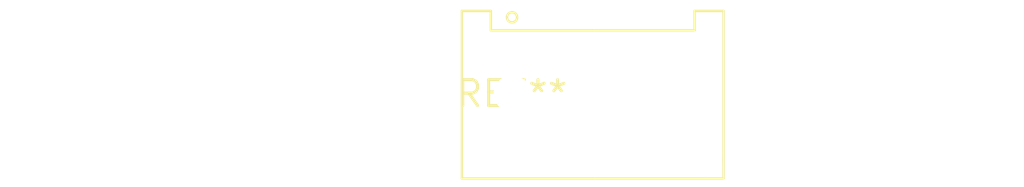
<source format=kicad_pcb>
(kicad_pcb (version 20240108) (generator pcbnew)
  (layers (0 "F.Cu" signal) (31 "B.Cu" signal) (34 "B.Paste" user) (35 "F.Paste" user) (36 "B.SilkS" user "B.Silkscreen") (37 "F.SilkS" user "F.Silkscreen") (38 "B.Mask" user) (39 "F.Mask" user) (44 "Edge.Cuts" user))
  (net 0 "")
  (footprint "Hirose_DF63R-3P-3.96DSA_1x03_P3.96mm_Vertical" (layer "F.Cu") (at 0 0)
    (property "Reference" "REF**")
    (property "Value" "Hirose_DF63R-3P-3.96DSA_1x03_P3.96mm_Vertical")
    (fp_line (start -2.46 -4.06) (end -1.04 -4.06) (layer "F.SilkS") (stroke (width 0.12)))
    (fp_line (start -2.46 4.16) (end -2.46 -4.06) (layer "F.SilkS") (stroke (width 0.12)))
    (fp_line (start -1.04 -4.06) (end -1.04 -3.11) (layer "F.SilkS") (stroke (width 0.12)))
    (fp_line (start -1.04 -3.11) (end 3.96 -3.11) (layer "F.SilkS") (stroke (width 0.12)))
    (fp_line (start 3.96 4.16) (end -2.46 4.16) (layer "F.SilkS") (stroke (width 0.12)))
    (fp_line (start 3.96 4.16) (end 10.38 4.16) (layer "F.SilkS") (stroke (width 0.12)))
    (fp_line (start 8.96 -4.06) (end 8.96 -3.11) (layer "F.SilkS") (stroke (width 0.12)))
    (fp_line (start 8.96 -3.11) (end 3.96 -3.11) (layer "F.SilkS") (stroke (width 0.12)))
    (fp_line (start 10.38 -4.06) (end 8.96 -4.06) (layer "F.SilkS") (stroke (width 0.12)))
    (fp_line (start 10.38 4.16) (end 10.38 -4.06) (layer "F.SilkS") (stroke (width 0.12)))
    (fp_circle (center 0 -3.75) (end 0.25 -3.75) (layer "F.SilkS") (stroke (width 0.12)) (fill none))
    (pad "" np_thru_hole circle (at 9.42 3.25) (size 1.6 1.6) (drill 1.6) (layers *.Cu *.Mask))
    (pad "1" thru_hole roundrect (at 0 0) (size 2.46 2.8) (drill 1.8) (layers *.Cu *.Mask) (remove_unused_layers) (roundrect_rratio 0.101626))
    (pad "2" thru_hole oval (at 3.96 0) (size 2.46 2.8) (drill 1.8) (layers *.Cu *.Mask) (remove_unused_layers))
    (pad "3" thru_hole oval (at 7.92 0) (size 2.46 2.8) (drill 1.8) (layers *.Cu *.Mask) (remove_unused_layers))
  )
)
</source>
